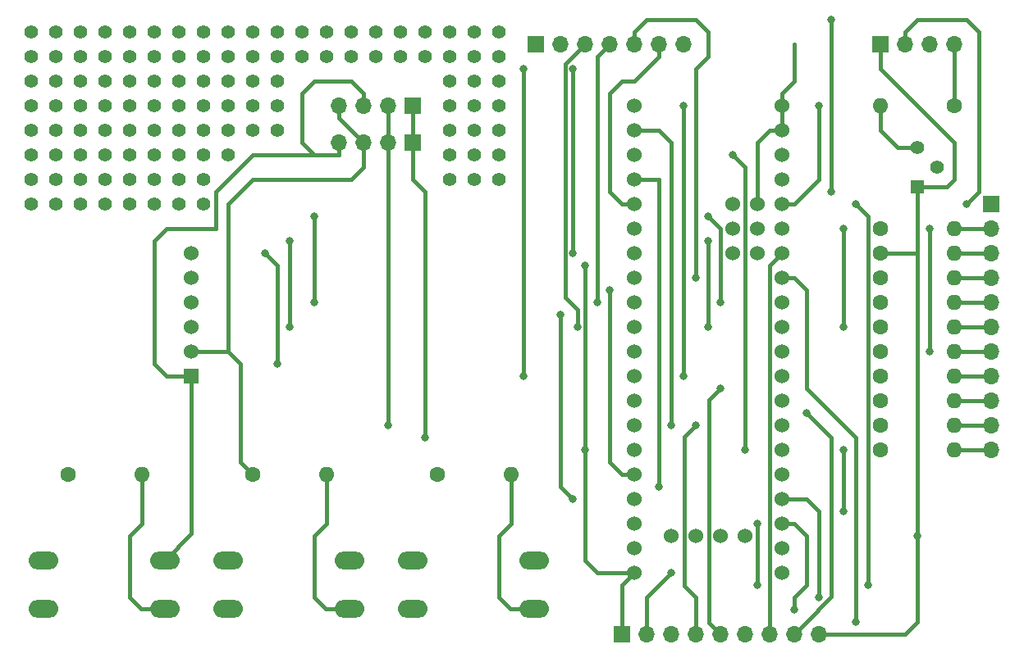
<source format=gbr>
%TF.GenerationSoftware,KiCad,Pcbnew,5.1.6-c6e7f7d~86~ubuntu16.04.1*%
%TF.CreationDate,2020-07-11T20:05:59+01:00*%
%TF.ProjectId,bluepill-pb1,626c7565-7069-46c6-9c2d-7062312e6b69,rev?*%
%TF.SameCoordinates,Original*%
%TF.FileFunction,Copper,L2,Bot*%
%TF.FilePolarity,Positive*%
%FSLAX46Y46*%
G04 Gerber Fmt 4.6, Leading zero omitted, Abs format (unit mm)*
G04 Created by KiCad (PCBNEW 5.1.6-c6e7f7d~86~ubuntu16.04.1) date 2020-07-11 20:05:59*
%MOMM*%
%LPD*%
G01*
G04 APERTURE LIST*
%TA.AperFunction,ComponentPad*%
%ADD10C,1.524000*%
%TD*%
%TA.AperFunction,ComponentPad*%
%ADD11O,3.048000X1.850000*%
%TD*%
%TA.AperFunction,ComponentPad*%
%ADD12O,1.700000X1.700000*%
%TD*%
%TA.AperFunction,ComponentPad*%
%ADD13R,1.700000X1.700000*%
%TD*%
%TA.AperFunction,ComponentPad*%
%ADD14O,1.600000X1.600000*%
%TD*%
%TA.AperFunction,ComponentPad*%
%ADD15C,1.600000*%
%TD*%
%TA.AperFunction,ComponentPad*%
%ADD16C,1.397000*%
%TD*%
%TA.AperFunction,ComponentPad*%
%ADD17R,1.397000X1.397000*%
%TD*%
%TA.AperFunction,ComponentPad*%
%ADD18R,1.524000X1.524000*%
%TD*%
%TA.AperFunction,ViaPad*%
%ADD19C,1.400000*%
%TD*%
%TA.AperFunction,ViaPad*%
%ADD20C,0.800000*%
%TD*%
%TA.AperFunction,Conductor*%
%ADD21C,0.400000*%
%TD*%
G04 APERTURE END LIST*
D10*
%TO.P,U1,5V*%
%TO.N,Net-(J6-Pad1)*%
X140970000Y-109220000D03*
%TO.P,U1,3V3*%
%TO.N,+3V3*%
X151130000Y-81280000D03*
%TO.P,U1,PB2*%
%TO.N,N/C*%
X151130000Y-78740000D03*
%TO.P,U1,G*%
%TO.N,GND*%
X151130000Y-76200000D03*
%TO.P,U1,3V3*%
%TO.N,+3V3*%
X153670000Y-81280000D03*
%TO.P,U1,BOOT*%
%TO.N,N/C*%
X153670000Y-78740000D03*
%TO.P,U1,G*%
%TO.N,GND*%
X153670000Y-76200000D03*
X152400000Y-110490000D03*
%TO.P,U1,PA14*%
%TO.N,N/C*%
X149860000Y-110490000D03*
%TO.P,U1,PA13*%
X147320000Y-110490000D03*
%TO.P,U1,3V3*%
%TO.N,+3V3*%
X144780000Y-110490000D03*
%TO.P,U1,G*%
%TO.N,GND*%
X156210000Y-66040000D03*
X156210000Y-68580000D03*
%TO.P,U1,3V3*%
%TO.N,+3V3*%
X156210000Y-71120000D03*
%TO.P,U1,NRST*%
%TO.N,N/C*%
X156210000Y-73660000D03*
%TO.P,U1,PB11*%
%TO.N,Net-(Q1-Pad1)*%
X156210000Y-76200000D03*
%TO.P,U1,PB10*%
%TO.N,Net-(R8-Pad1)*%
X156210000Y-78740000D03*
%TO.P,U1,PB1*%
%TO.N,Net-(J5-Pad7)*%
X156210000Y-81280000D03*
%TO.P,U1,PB0*%
%TO.N,Net-(J5-Pad6)*%
X156210000Y-83820000D03*
%TO.P,U1,PA7*%
%TO.N,Net-(A1-Pad4)*%
X156210000Y-86360000D03*
%TO.P,U1,PA6*%
%TO.N,Net-(A1-Pad3)*%
X156210000Y-88900000D03*
%TO.P,U1,PA5*%
%TO.N,Net-(A1-Pad5)*%
X156210000Y-91440000D03*
%TO.P,U1,PA4*%
%TO.N,Net-(A1-Pad6)*%
X156210000Y-93980000D03*
%TO.P,U1,PA3*%
%TO.N,Net-(J5-Pad5)*%
X156210000Y-96520000D03*
%TO.P,U1,PA2*%
%TO.N,Net-(J5-Pad4)*%
X156210000Y-99060000D03*
%TO.P,U1,PA1*%
%TO.N,Net-(R2-Pad2)*%
X156210000Y-101600000D03*
%TO.P,U1,PA0*%
%TO.N,Net-(R3-Pad2)*%
X156210000Y-104140000D03*
%TO.P,U1,PC15*%
%TO.N,Net-(R1-Pad2)*%
X156210000Y-106680000D03*
%TO.P,U1,PC14*%
%TO.N,Net-(J5-Pad3)*%
X156210000Y-109220000D03*
%TO.P,U1,PC13*%
%TO.N,Net-(J5-Pad2)*%
X156210000Y-111760000D03*
%TO.P,U1,VBAT*%
%TO.N,N/C*%
X156210000Y-114300000D03*
%TO.P,U1,3V3*%
%TO.N,+3V3*%
X140970000Y-114300000D03*
%TO.P,U1,G*%
%TO.N,GND*%
X140970000Y-111760000D03*
%TO.P,U1,PB9*%
%TO.N,Net-(R7-Pad1)*%
X140970000Y-106680000D03*
%TO.P,U1,PB8*%
%TO.N,Net-(R6-Pad1)*%
X140970000Y-104140000D03*
%TO.P,U1,PB7*%
%TO.N,Net-(J3-Pad1)*%
X140970000Y-101600000D03*
%TO.P,U1,PB6*%
%TO.N,Net-(J3-Pad2)*%
X140970000Y-99060000D03*
%TO.P,U1,PB5*%
%TO.N,Net-(J5-Pad8)*%
X140970000Y-96520000D03*
%TO.P,U1,PB4*%
%TO.N,Net-(J6-Pad2)*%
X140970000Y-93980000D03*
%TO.P,U1,PB3*%
%TO.N,Net-(Q1-Pad2)*%
X140970000Y-91440000D03*
%TO.P,U1,PA15*%
%TO.N,Net-(J6-Pad3)*%
X140970000Y-88900000D03*
%TO.P,U1,PA12*%
%TO.N,Net-(J6-Pad4)*%
X140970000Y-86360000D03*
%TO.P,U1,PA11*%
%TO.N,Net-(J6-Pad5)*%
X140970000Y-83820000D03*
%TO.P,U1,PA10*%
%TO.N,Net-(J2-Pad3)*%
X140970000Y-81280000D03*
%TO.P,U1,PA9*%
%TO.N,Net-(J2-Pad2)*%
X140970000Y-78740000D03*
%TO.P,U1,PA8*%
%TO.N,Net-(J6-Pad6)*%
X140970000Y-76200000D03*
%TO.P,U1,PB15*%
%TO.N,Net-(R13-Pad1)*%
X140970000Y-73660000D03*
%TO.P,U1,PB14*%
%TO.N,Net-(R12-Pad1)*%
X140970000Y-71120000D03*
%TO.P,U1,PB13*%
%TO.N,Net-(R11-Pad1)*%
X140970000Y-68580000D03*
%TO.P,U1,PB12*%
%TO.N,Net-(R10-Pad1)*%
X140970000Y-66040000D03*
%TD*%
D11*
%TO.P,SW2,2*%
%TO.N,Net-(R2-Pad2)*%
X99060000Y-118030000D03*
%TO.P,SW2,1*%
%TO.N,GND*%
X99060000Y-113030000D03*
%TO.P,SW2,2*%
%TO.N,Net-(R2-Pad2)*%
X111560000Y-118030000D03*
%TO.P,SW2,1*%
%TO.N,GND*%
X111560000Y-113030000D03*
%TD*%
D12*
%TO.P,J6,7*%
%TO.N,GND*%
X146050000Y-59690000D03*
%TO.P,J6,6*%
%TO.N,Net-(J6-Pad6)*%
X143510000Y-59690000D03*
%TO.P,J6,5*%
%TO.N,Net-(J6-Pad5)*%
X140970000Y-59690000D03*
%TO.P,J6,4*%
%TO.N,Net-(J6-Pad4)*%
X138430000Y-59690000D03*
%TO.P,J6,3*%
%TO.N,Net-(J6-Pad3)*%
X135890000Y-59690000D03*
%TO.P,J6,2*%
%TO.N,Net-(J6-Pad2)*%
X133350000Y-59690000D03*
D13*
%TO.P,J6,1*%
%TO.N,Net-(J6-Pad1)*%
X130810000Y-59690000D03*
%TD*%
D12*
%TO.P,J5,9*%
%TO.N,GND*%
X160020000Y-120650000D03*
%TO.P,J5,8*%
%TO.N,Net-(J5-Pad8)*%
X157480000Y-120650000D03*
%TO.P,J5,7*%
%TO.N,Net-(J5-Pad7)*%
X154940000Y-120650000D03*
%TO.P,J5,6*%
%TO.N,Net-(J5-Pad6)*%
X152400000Y-120650000D03*
%TO.P,J5,5*%
%TO.N,Net-(J5-Pad5)*%
X149860000Y-120650000D03*
%TO.P,J5,4*%
%TO.N,Net-(J5-Pad4)*%
X147320000Y-120650000D03*
%TO.P,J5,3*%
%TO.N,Net-(J5-Pad3)*%
X144780000Y-120650000D03*
%TO.P,J5,2*%
%TO.N,Net-(J5-Pad2)*%
X142240000Y-120650000D03*
D13*
%TO.P,J5,1*%
%TO.N,+3V3*%
X139700000Y-120650000D03*
%TD*%
D14*
%TO.P,R14,2*%
%TO.N,Net-(Q1-Pad1)*%
X166370000Y-66040000D03*
D15*
%TO.P,R14,1*%
%TO.N,+3V3*%
X173990000Y-66040000D03*
%TD*%
D16*
%TO.P,Q1,1*%
%TO.N,Net-(Q1-Pad1)*%
X170180000Y-70358000D03*
%TO.P,Q1,2*%
%TO.N,Net-(Q1-Pad2)*%
X172212000Y-72390000D03*
D17*
%TO.P,Q1,3*%
%TO.N,GND*%
X170180000Y-74422000D03*
%TD*%
D12*
%TO.P,J4,4*%
%TO.N,+3V3*%
X110490000Y-66040000D03*
%TO.P,J4,3*%
%TO.N,GND*%
X113030000Y-66040000D03*
%TO.P,J4,2*%
%TO.N,Net-(J3-Pad2)*%
X115570000Y-66040000D03*
D13*
%TO.P,J4,1*%
%TO.N,Net-(J3-Pad1)*%
X118110000Y-66040000D03*
%TD*%
D12*
%TO.P,J2,4*%
%TO.N,+3V3*%
X173990000Y-59690000D03*
%TO.P,J2,3*%
%TO.N,Net-(J2-Pad3)*%
X171450000Y-59690000D03*
%TO.P,J2,2*%
%TO.N,Net-(J2-Pad2)*%
X168910000Y-59690000D03*
D13*
%TO.P,J2,1*%
%TO.N,GND*%
X166370000Y-59690000D03*
%TD*%
D12*
%TO.P,J1,11*%
%TO.N,Net-(J1-Pad11)*%
X177800000Y-101600000D03*
%TO.P,J1,10*%
%TO.N,Net-(J1-Pad10)*%
X177800000Y-99060000D03*
%TO.P,J1,9*%
%TO.N,Net-(J1-Pad9)*%
X177800000Y-96520000D03*
%TO.P,J1,8*%
%TO.N,Net-(J1-Pad8)*%
X177800000Y-93980000D03*
%TO.P,J1,7*%
%TO.N,Net-(J1-Pad7)*%
X177800000Y-91440000D03*
%TO.P,J1,6*%
%TO.N,Net-(J1-Pad6)*%
X177800000Y-88900000D03*
%TO.P,J1,5*%
%TO.N,Net-(J1-Pad5)*%
X177800000Y-86360000D03*
%TO.P,J1,4*%
%TO.N,Net-(J1-Pad4)*%
X177800000Y-83820000D03*
%TO.P,J1,3*%
%TO.N,Net-(J1-Pad3)*%
X177800000Y-81280000D03*
%TO.P,J1,2*%
%TO.N,Net-(J1-Pad2)*%
X177800000Y-78740000D03*
D13*
%TO.P,J1,1*%
%TO.N,N/C*%
X177800000Y-76200000D03*
%TD*%
D14*
%TO.P,R13,2*%
%TO.N,Net-(J1-Pad11)*%
X173990000Y-101600000D03*
D15*
%TO.P,R13,1*%
%TO.N,Net-(R13-Pad1)*%
X166370000Y-101600000D03*
%TD*%
D14*
%TO.P,R12,2*%
%TO.N,Net-(J1-Pad10)*%
X173990000Y-99060000D03*
D15*
%TO.P,R12,1*%
%TO.N,Net-(R12-Pad1)*%
X166370000Y-99060000D03*
%TD*%
D14*
%TO.P,R11,2*%
%TO.N,Net-(J1-Pad9)*%
X173990000Y-96520000D03*
D15*
%TO.P,R11,1*%
%TO.N,Net-(R11-Pad1)*%
X166370000Y-96520000D03*
%TD*%
D14*
%TO.P,R10,2*%
%TO.N,Net-(J1-Pad8)*%
X173990000Y-93980000D03*
D15*
%TO.P,R10,1*%
%TO.N,Net-(R10-Pad1)*%
X166370000Y-93980000D03*
%TD*%
D14*
%TO.P,R9,2*%
%TO.N,Net-(J1-Pad7)*%
X173990000Y-91440000D03*
D15*
%TO.P,R9,1*%
%TO.N,Net-(Q1-Pad2)*%
X166370000Y-91440000D03*
%TD*%
D14*
%TO.P,R8,2*%
%TO.N,Net-(J1-Pad6)*%
X173990000Y-88900000D03*
D15*
%TO.P,R8,1*%
%TO.N,Net-(R8-Pad1)*%
X166370000Y-88900000D03*
%TD*%
D14*
%TO.P,R7,2*%
%TO.N,Net-(J1-Pad5)*%
X173990000Y-86360000D03*
D15*
%TO.P,R7,1*%
%TO.N,Net-(R7-Pad1)*%
X166370000Y-86360000D03*
%TD*%
D14*
%TO.P,R6,2*%
%TO.N,Net-(J1-Pad4)*%
X173990000Y-83820000D03*
D15*
%TO.P,R6,1*%
%TO.N,Net-(R6-Pad1)*%
X166370000Y-83820000D03*
%TD*%
D14*
%TO.P,R5,2*%
%TO.N,Net-(J1-Pad3)*%
X173990000Y-81280000D03*
D15*
%TO.P,R5,1*%
%TO.N,GND*%
X166370000Y-81280000D03*
%TD*%
D14*
%TO.P,R4,2*%
%TO.N,Net-(J1-Pad2)*%
X173990000Y-78740000D03*
D15*
%TO.P,R4,1*%
%TO.N,Net-(JP1-Pad1)*%
X166370000Y-78740000D03*
%TD*%
D11*
%TO.P,SW3,2*%
%TO.N,Net-(R3-Pad2)*%
X118110000Y-118030000D03*
%TO.P,SW3,1*%
%TO.N,GND*%
X118110000Y-113030000D03*
%TO.P,SW3,2*%
%TO.N,Net-(R3-Pad2)*%
X130610000Y-118030000D03*
%TO.P,SW3,1*%
%TO.N,GND*%
X130610000Y-113030000D03*
%TD*%
%TO.P,SW1,2*%
%TO.N,Net-(R1-Pad2)*%
X80010000Y-118030000D03*
%TO.P,SW1,1*%
%TO.N,GND*%
X80010000Y-113030000D03*
%TO.P,SW1,2*%
%TO.N,Net-(R1-Pad2)*%
X92510000Y-118030000D03*
%TO.P,SW1,1*%
%TO.N,GND*%
X92510000Y-113030000D03*
%TD*%
D14*
%TO.P,R3,2*%
%TO.N,Net-(R3-Pad2)*%
X128270000Y-104140000D03*
D15*
%TO.P,R3,1*%
%TO.N,+3V3*%
X120650000Y-104140000D03*
%TD*%
D14*
%TO.P,R2,2*%
%TO.N,Net-(R2-Pad2)*%
X109220000Y-104140000D03*
D15*
%TO.P,R2,1*%
%TO.N,+3V3*%
X101600000Y-104140000D03*
%TD*%
D14*
%TO.P,R1,2*%
%TO.N,Net-(R1-Pad2)*%
X90170000Y-104140000D03*
D15*
%TO.P,R1,1*%
%TO.N,+3V3*%
X82550000Y-104140000D03*
%TD*%
D12*
%TO.P,J3,4*%
%TO.N,GND*%
X110490000Y-69850000D03*
%TO.P,J3,3*%
%TO.N,+3V3*%
X113030000Y-69850000D03*
%TO.P,J3,2*%
%TO.N,Net-(J3-Pad2)*%
X115570000Y-69850000D03*
D13*
%TO.P,J3,1*%
%TO.N,Net-(J3-Pad1)*%
X118110000Y-69850000D03*
%TD*%
D10*
%TO.P,A1,6*%
%TO.N,Net-(A1-Pad6)*%
X95250000Y-81280000D03*
%TO.P,A1,5*%
%TO.N,Net-(A1-Pad5)*%
X95250000Y-83820000D03*
%TO.P,A1,4*%
%TO.N,Net-(A1-Pad4)*%
X95250000Y-86360000D03*
%TO.P,A1,3*%
%TO.N,Net-(A1-Pad3)*%
X95250000Y-88900000D03*
%TO.P,A1,2*%
%TO.N,+3V3*%
X95250000Y-91440000D03*
D18*
%TO.P,A1,1*%
%TO.N,GND*%
X95250000Y-93980000D03*
%TD*%
D19*
%TO.N,*%
X78740000Y-58420000D03*
X78740000Y-60960000D03*
X78740000Y-63500000D03*
X78740000Y-66040000D03*
X78740000Y-68580000D03*
X78740000Y-71120000D03*
X78740000Y-73660000D03*
X78740000Y-76200000D03*
X81280000Y-76200000D03*
X81280000Y-73660000D03*
X81280000Y-71120000D03*
X81280000Y-68580000D03*
X81280000Y-66040000D03*
X81280000Y-63500000D03*
X81280000Y-60960000D03*
X81280000Y-58420000D03*
X83820000Y-58420000D03*
X83820000Y-60960000D03*
X83820000Y-63500000D03*
X83820000Y-66040000D03*
X83820000Y-68580000D03*
X83820000Y-71120000D03*
X83820000Y-73660000D03*
X83820000Y-76200000D03*
X86360000Y-76200000D03*
X86360000Y-73660000D03*
X86360000Y-71120000D03*
X86360000Y-68580000D03*
X86360000Y-66040000D03*
X86360000Y-63500000D03*
X86360000Y-60960000D03*
X86360000Y-58420000D03*
X88900000Y-58420000D03*
X88900000Y-60960000D03*
X88900000Y-63500000D03*
X88900000Y-66040000D03*
X88900000Y-68580000D03*
X88900000Y-71120000D03*
X88900000Y-73660000D03*
X88900000Y-76200000D03*
X91440000Y-76200000D03*
X91440000Y-73660000D03*
X91440000Y-71120000D03*
X91440000Y-68580000D03*
X91440000Y-66040000D03*
X91440000Y-63500000D03*
X91440000Y-60960000D03*
X91440000Y-58420000D03*
X93980000Y-58420000D03*
X93980000Y-60960000D03*
X93980000Y-63500000D03*
X93980000Y-66040000D03*
X93980000Y-68580000D03*
X93980000Y-71120000D03*
X93980000Y-73660000D03*
X93980000Y-76200000D03*
X96520000Y-76200000D03*
X96520000Y-73660000D03*
X96520000Y-71120000D03*
X96520000Y-68580000D03*
X96520000Y-66040000D03*
X96520000Y-63500000D03*
X96520000Y-60960000D03*
X96520000Y-58420000D03*
X99060000Y-58420000D03*
X99060000Y-60960000D03*
X99060000Y-63500000D03*
X99060000Y-66040000D03*
X99060000Y-68580000D03*
X99060000Y-71120000D03*
X101600000Y-58420000D03*
X101600000Y-60960000D03*
X104140000Y-60960000D03*
X104140000Y-58420000D03*
X106680000Y-58420000D03*
X106680000Y-60960000D03*
X109220000Y-60960000D03*
X109220000Y-58420000D03*
X111760000Y-58420000D03*
X111760000Y-60960000D03*
X114300000Y-60960000D03*
X114300000Y-58420000D03*
X116840000Y-58420000D03*
X116840000Y-60960000D03*
X119380000Y-60960000D03*
X119380000Y-58420000D03*
X121920000Y-58420000D03*
X121920000Y-60960000D03*
X124460000Y-60960000D03*
X124460000Y-58420000D03*
X101600000Y-63500000D03*
X101600000Y-66040000D03*
X101600000Y-68580000D03*
X104140000Y-68580000D03*
X104140000Y-66040000D03*
X104140000Y-63500000D03*
X124460000Y-63500000D03*
X127000000Y-63500000D03*
X121920000Y-63500000D03*
X121920000Y-66040000D03*
X124460000Y-66040000D03*
X127000000Y-66040000D03*
X127000000Y-60960000D03*
X127000000Y-58420000D03*
X121920000Y-68580000D03*
X124460000Y-68580000D03*
X127000000Y-68580000D03*
X127000000Y-71120000D03*
X121920000Y-71120000D03*
X124460000Y-71120000D03*
X121920000Y-73660000D03*
X124460000Y-73660000D03*
X127000000Y-73660000D03*
D20*
%TO.N,Net-(A1-Pad6)*%
X104140000Y-92710000D03*
X102870000Y-81280000D03*
%TO.N,Net-(A1-Pad4)*%
X149860000Y-86360000D03*
X148590000Y-77470000D03*
X107950000Y-77470000D03*
X107950000Y-86360000D03*
%TO.N,Net-(A1-Pad3)*%
X148590000Y-88900000D03*
X105410000Y-80010000D03*
X105410000Y-88900000D03*
X148590000Y-80010000D03*
%TO.N,Net-(J2-Pad3)*%
X134620000Y-62230000D03*
X134620000Y-81280000D03*
%TO.N,Net-(J2-Pad2)*%
X175260000Y-76200000D03*
%TO.N,+3V3*%
X135890000Y-101600000D03*
X135890000Y-82550000D03*
%TO.N,GND*%
X170180000Y-110490000D03*
%TO.N,Net-(R1-Pad2)*%
X160020000Y-116840000D03*
%TO.N,Net-(R2-Pad2)*%
X162560000Y-107950000D03*
X162560000Y-101600000D03*
%TO.N,Net-(J3-Pad2)*%
X115570000Y-99060000D03*
%TO.N,Net-(J3-Pad1)*%
X119380000Y-100330000D03*
%TO.N,Net-(R6-Pad1)*%
X138430000Y-85090000D03*
%TO.N,Net-(R7-Pad1)*%
X133350000Y-87630000D03*
X134620000Y-106680000D03*
%TO.N,Net-(R8-Pad1)*%
X162560000Y-78740000D03*
X162560000Y-88900000D03*
%TO.N,Net-(R10-Pad1)*%
X146050000Y-66040000D03*
X146050000Y-93980000D03*
%TO.N,Net-(R11-Pad1)*%
X144780000Y-99060000D03*
%TO.N,Net-(R12-Pad1)*%
X152400000Y-101600000D03*
X151130000Y-71120000D03*
%TO.N,Net-(R13-Pad1)*%
X143510000Y-105410000D03*
%TO.N,Net-(J5-Pad8)*%
X158750000Y-97790000D03*
%TO.N,Net-(J5-Pad6)*%
X163830000Y-119380000D03*
%TO.N,Net-(J5-Pad5)*%
X149860000Y-95250000D03*
%TO.N,Net-(J5-Pad4)*%
X147320000Y-99060000D03*
%TO.N,Net-(J5-Pad3)*%
X157480000Y-118110000D03*
%TO.N,Net-(J5-Pad2)*%
X144780000Y-114300000D03*
%TO.N,Net-(J6-Pad5)*%
X147320000Y-83820000D03*
%TO.N,Net-(J6-Pad4)*%
X137160000Y-86360000D03*
%TO.N,Net-(J6-Pad3)*%
X135090000Y-88900000D03*
%TO.N,Net-(J6-Pad2)*%
X129540000Y-93980000D03*
X129540000Y-62230000D03*
%TO.N,Net-(J6-Pad1)*%
X153670000Y-109220000D03*
X153670000Y-115570000D03*
X165100000Y-115570000D03*
X163830000Y-76200000D03*
X161290000Y-57150000D03*
X161290000Y-74930000D03*
%TO.N,Net-(Q1-Pad1)*%
X160020000Y-66040000D03*
%TO.N,Net-(Q1-Pad2)*%
X171450000Y-78740000D03*
X171450000Y-91440000D03*
%TD*%
D21*
%TO.N,Net-(A1-Pad6)*%
X104140000Y-82550000D02*
X102870000Y-81280000D01*
X104140000Y-92710000D02*
X104140000Y-82550000D01*
%TO.N,Net-(A1-Pad4)*%
X149860000Y-78740000D02*
X148590000Y-77470000D01*
X149860000Y-86360000D02*
X149860000Y-78740000D01*
X107950000Y-77470000D02*
X107950000Y-86360000D01*
%TO.N,Net-(A1-Pad3)*%
X148590000Y-88900000D02*
X148590000Y-81280000D01*
X105410000Y-80010000D02*
X105410000Y-88900000D01*
X148590000Y-81280000D02*
X148590000Y-80010000D01*
%TO.N,Net-(J1-Pad2)*%
X177800000Y-78740000D02*
X173990000Y-78740000D01*
%TO.N,Net-(J1-Pad7)*%
X173990000Y-91440000D02*
X177800000Y-91440000D01*
%TO.N,Net-(J1-Pad6)*%
X177800000Y-88900000D02*
X173990000Y-88900000D01*
%TO.N,Net-(J1-Pad5)*%
X173990000Y-86360000D02*
X177800000Y-86360000D01*
%TO.N,Net-(J1-Pad4)*%
X177800000Y-83820000D02*
X173990000Y-83820000D01*
%TO.N,Net-(J2-Pad3)*%
X134620000Y-62230000D02*
X134620000Y-80010000D01*
X134620000Y-81280000D02*
X134620000Y-80010000D01*
%TO.N,Net-(J2-Pad2)*%
X175260000Y-76200000D02*
X176530000Y-74930000D01*
X176530000Y-74930000D02*
X176530000Y-58420000D01*
X176530000Y-58420000D02*
X175260000Y-57150000D01*
X175260000Y-57150000D02*
X170180000Y-57150000D01*
X168910000Y-58420000D02*
X168910000Y-59690000D01*
X170180000Y-57150000D02*
X168910000Y-58420000D01*
%TO.N,Net-(J1-Pad11)*%
X173990000Y-101600000D02*
X177800000Y-101600000D01*
%TO.N,Net-(J1-Pad10)*%
X177800000Y-99060000D02*
X173990000Y-99060000D01*
%TO.N,Net-(J1-Pad9)*%
X173990000Y-96520000D02*
X177800000Y-96520000D01*
%TO.N,Net-(J1-Pad8)*%
X177800000Y-93980000D02*
X173990000Y-93980000D01*
%TO.N,+3V3*%
X173990000Y-59690000D02*
X173990000Y-66040000D01*
X95250000Y-91440000D02*
X99060000Y-91440000D01*
X99060000Y-91440000D02*
X100330000Y-92710000D01*
X100330000Y-102870000D02*
X101600000Y-104140000D01*
X100330000Y-92710000D02*
X100330000Y-102870000D01*
X140970000Y-114300000D02*
X139700000Y-115570000D01*
X139700000Y-115570000D02*
X139700000Y-120650000D01*
X135890000Y-101600000D02*
X135890000Y-113030000D01*
X137160000Y-114300000D02*
X140970000Y-114300000D01*
X135890000Y-113030000D02*
X137160000Y-114300000D01*
X110490000Y-67310000D02*
X113030000Y-69850000D01*
X110490000Y-66040000D02*
X110490000Y-67310000D01*
X99060000Y-91440000D02*
X99060000Y-76200000D01*
X99060000Y-76200000D02*
X101600000Y-73660000D01*
X101600000Y-73660000D02*
X111760000Y-73660000D01*
X113030000Y-72390000D02*
X113030000Y-69850000D01*
X111760000Y-73660000D02*
X113030000Y-72390000D01*
X135890000Y-82550000D02*
X135890000Y-101600000D01*
%TO.N,GND*%
X157480000Y-59690000D02*
X157480000Y-63500000D01*
X156210000Y-64770000D02*
X156210000Y-66040000D01*
X157480000Y-63500000D02*
X156210000Y-64770000D01*
X156210000Y-68580000D02*
X156210000Y-66040000D01*
X95250000Y-110290000D02*
X92510000Y-113030000D01*
X95250000Y-93980000D02*
X95250000Y-110290000D01*
X113030000Y-66040000D02*
X113030000Y-64770000D01*
X113030000Y-64770000D02*
X111760000Y-63500000D01*
X111760000Y-63500000D02*
X107950000Y-63500000D01*
X107950000Y-63500000D02*
X106680000Y-64770000D01*
X106680000Y-64770000D02*
X106680000Y-69850000D01*
X106680000Y-69850000D02*
X107950000Y-71120000D01*
X107950000Y-71120000D02*
X110490000Y-71120000D01*
X110490000Y-71120000D02*
X110490000Y-69850000D01*
X170180000Y-74422000D02*
X170180000Y-110490000D01*
X170180000Y-110490000D02*
X170180000Y-119380000D01*
X168910000Y-120650000D02*
X160020000Y-120650000D01*
X170180000Y-119380000D02*
X168910000Y-120650000D01*
X166370000Y-81280000D02*
X170180000Y-81280000D01*
X156210000Y-68580000D02*
X154940000Y-68580000D01*
X153670000Y-69850000D02*
X153670000Y-76200000D01*
X154940000Y-68580000D02*
X153670000Y-69850000D01*
X166370000Y-62230000D02*
X166370000Y-59690000D01*
X170180000Y-74422000D02*
X173228000Y-74422000D01*
X173228000Y-74422000D02*
X173990000Y-73660000D01*
X173990000Y-73660000D02*
X173990000Y-69850000D01*
X173990000Y-69850000D02*
X166370000Y-62230000D01*
X97790000Y-74930000D02*
X101600000Y-71120000D01*
X97790000Y-78740000D02*
X97790000Y-74930000D01*
X92710000Y-78740000D02*
X97790000Y-78740000D01*
X95250000Y-93980000D02*
X92710000Y-93980000D01*
X91440000Y-80010000D02*
X92710000Y-78740000D01*
X101600000Y-71120000D02*
X107950000Y-71120000D01*
X92710000Y-93980000D02*
X91440000Y-92710000D01*
X91440000Y-92710000D02*
X91440000Y-80010000D01*
%TO.N,Net-(R1-Pad2)*%
X90170000Y-104140000D02*
X90170000Y-109220000D01*
X90170000Y-109220000D02*
X88900000Y-110490000D01*
X88900000Y-110490000D02*
X88900000Y-116840000D01*
X90090000Y-118030000D02*
X92510000Y-118030000D01*
X88900000Y-116840000D02*
X90090000Y-118030000D01*
X160020000Y-116840000D02*
X160020000Y-107950000D01*
X158750000Y-106680000D02*
X156210000Y-106680000D01*
X160020000Y-107950000D02*
X158750000Y-106680000D01*
%TO.N,Net-(R2-Pad2)*%
X109220000Y-104140000D02*
X109220000Y-109220000D01*
X109220000Y-109220000D02*
X107950000Y-110490000D01*
X107950000Y-110490000D02*
X107950000Y-116840000D01*
X109140000Y-118030000D02*
X111560000Y-118030000D01*
X107950000Y-116840000D02*
X109140000Y-118030000D01*
X162560000Y-107950000D02*
X162560000Y-101600000D01*
%TO.N,Net-(R3-Pad2)*%
X128270000Y-104140000D02*
X128270000Y-109220000D01*
X128270000Y-109220000D02*
X127000000Y-110490000D01*
X127000000Y-110490000D02*
X127000000Y-116840000D01*
X128190000Y-118030000D02*
X130610000Y-118030000D01*
X127000000Y-116840000D02*
X128190000Y-118030000D01*
%TO.N,Net-(J3-Pad2)*%
X115570000Y-66040000D02*
X115570000Y-69850000D01*
X115570000Y-99060000D02*
X115570000Y-69850000D01*
%TO.N,Net-(J3-Pad1)*%
X118110000Y-66040000D02*
X118110000Y-69850000D01*
X119380000Y-100330000D02*
X119380000Y-74930000D01*
X118110000Y-73660000D02*
X118110000Y-69850000D01*
X119380000Y-74930000D02*
X118110000Y-73660000D01*
%TO.N,Net-(J1-Pad3)*%
X173990000Y-81280000D02*
X177800000Y-81280000D01*
%TO.N,Net-(R6-Pad1)*%
X138430000Y-85090000D02*
X138430000Y-102870000D01*
X138430000Y-102870000D02*
X139700000Y-104140000D01*
X139700000Y-104140000D02*
X140970000Y-104140000D01*
%TO.N,Net-(R7-Pad1)*%
X133350000Y-105410000D02*
X134620000Y-106680000D01*
X133350000Y-87630000D02*
X133350000Y-105410000D01*
%TO.N,Net-(R8-Pad1)*%
X162560000Y-78740000D02*
X162560000Y-88900000D01*
%TO.N,Net-(R10-Pad1)*%
X146050000Y-66040000D02*
X146050000Y-93980000D01*
%TO.N,Net-(R11-Pad1)*%
X144780000Y-99060000D02*
X144780000Y-69850000D01*
X143510000Y-68580000D02*
X140970000Y-68580000D01*
X144780000Y-69850000D02*
X143510000Y-68580000D01*
%TO.N,Net-(R12-Pad1)*%
X152400000Y-72390000D02*
X151130000Y-71120000D01*
X152400000Y-101600000D02*
X152400000Y-72390000D01*
%TO.N,Net-(R13-Pad1)*%
X143510000Y-105410000D02*
X143510000Y-73660000D01*
X143510000Y-73660000D02*
X140970000Y-73660000D01*
%TO.N,Net-(J5-Pad8)*%
X158750000Y-97790000D02*
X161290000Y-100330000D01*
X161290000Y-116754002D02*
X159934002Y-118110000D01*
X161290000Y-100330000D02*
X161290000Y-116754002D01*
X159934002Y-118195998D02*
X157480000Y-120650000D01*
X159934002Y-118110000D02*
X159934002Y-118195998D01*
%TO.N,Net-(J5-Pad7)*%
X154940000Y-120650000D02*
X154940000Y-82550000D01*
X154940000Y-82550000D02*
X156210000Y-81280000D01*
%TO.N,Net-(J5-Pad6)*%
X156210000Y-83820000D02*
X157480000Y-83820000D01*
X157480000Y-83820000D02*
X158750000Y-85090000D01*
X158750000Y-85090000D02*
X158750000Y-95250000D01*
X158750000Y-95250000D02*
X163830000Y-100330000D01*
X163830000Y-100330000D02*
X163830000Y-119380000D01*
%TO.N,Net-(J5-Pad5)*%
X148697999Y-119487999D02*
X149860000Y-120650000D01*
X148697999Y-96412001D02*
X148697999Y-119487999D01*
X149860000Y-95250000D02*
X148697999Y-96412001D01*
%TO.N,Net-(J5-Pad4)*%
X146157999Y-100222001D02*
X146157999Y-115677999D01*
X147320000Y-99060000D02*
X146157999Y-100222001D01*
X147320000Y-116840000D02*
X147320000Y-120650000D01*
X146157999Y-115677999D02*
X147320000Y-116840000D01*
%TO.N,Net-(J5-Pad3)*%
X156210000Y-109220000D02*
X157480000Y-109220000D01*
X157480000Y-109220000D02*
X158750000Y-110490000D01*
X158750000Y-110490000D02*
X158750000Y-115570000D01*
X158750000Y-115570000D02*
X157480000Y-116840000D01*
X157480000Y-116840000D02*
X157480000Y-118110000D01*
%TO.N,Net-(J5-Pad2)*%
X142240000Y-120650000D02*
X142240000Y-116840000D01*
X142240000Y-116840000D02*
X144780000Y-114300000D01*
%TO.N,Net-(J6-Pad6)*%
X143510000Y-59690000D02*
X143510000Y-60960000D01*
X143510000Y-60960000D02*
X140970000Y-63500000D01*
X140970000Y-63500000D02*
X139700000Y-63500000D01*
X139700000Y-63500000D02*
X138430000Y-64770000D01*
X138430000Y-64770000D02*
X138430000Y-74930000D01*
X139700000Y-76200000D02*
X140970000Y-76200000D01*
X138430000Y-74930000D02*
X139700000Y-76200000D01*
%TO.N,Net-(J6-Pad5)*%
X140970000Y-58420000D02*
X140970000Y-59690000D01*
X142240000Y-57150000D02*
X140970000Y-58420000D01*
X147320000Y-57150000D02*
X142240000Y-57150000D01*
X147320000Y-83820000D02*
X147320000Y-62230000D01*
X148590000Y-58420000D02*
X147320000Y-57150000D01*
X147320000Y-62230000D02*
X148590000Y-60960000D01*
X148590000Y-60960000D02*
X148590000Y-58420000D01*
%TO.N,Net-(J6-Pad4)*%
X137160000Y-60960000D02*
X138430000Y-59690000D01*
X137160000Y-86360000D02*
X137160000Y-60960000D01*
%TO.N,Net-(J6-Pad3)*%
X133819999Y-85889999D02*
X133819999Y-61760001D01*
X135090000Y-87160000D02*
X133819999Y-85889999D01*
X135090000Y-88900000D02*
X135090000Y-87160000D01*
X133819999Y-61760001D02*
X135890000Y-59690000D01*
%TO.N,Net-(J6-Pad2)*%
X129540000Y-93980000D02*
X129540000Y-62230000D01*
%TO.N,Net-(J6-Pad1)*%
X153670000Y-109220000D02*
X153670000Y-115570000D01*
X165100000Y-77470000D02*
X163830000Y-76200000D01*
X165100000Y-115570000D02*
X165100000Y-77470000D01*
X161290000Y-57150000D02*
X161290000Y-74930000D01*
%TO.N,Net-(Q1-Pad1)*%
X166370000Y-66040000D02*
X166370000Y-68580000D01*
X168148000Y-70358000D02*
X170180000Y-70358000D01*
X166370000Y-68580000D02*
X168148000Y-70358000D01*
X156210000Y-76200000D02*
X157480000Y-76200000D01*
X157480000Y-76200000D02*
X160020000Y-73660000D01*
X160020000Y-66040000D02*
X160020000Y-68580000D01*
X160020000Y-68580000D02*
X160020000Y-67310000D01*
X160020000Y-73660000D02*
X160020000Y-68580000D01*
%TO.N,Net-(Q1-Pad2)*%
X171450000Y-78740000D02*
X171450000Y-91440000D01*
%TD*%
M02*

</source>
